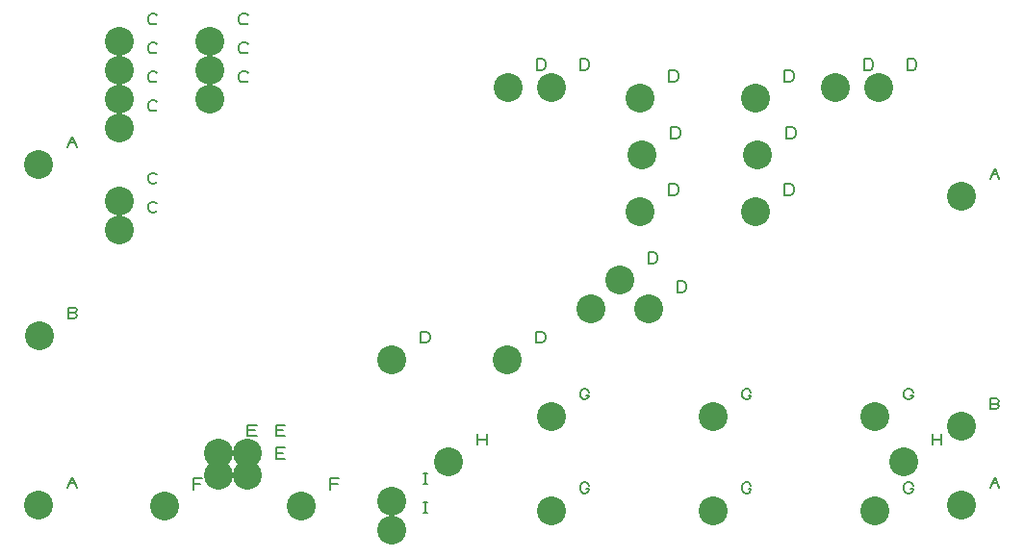
<source format=gbr>
G04 EasyPC Gerber Version 21.0.3 Build 4286 *
G04 #@! TF.Part,Single*
G04 #@! TF.FileFunction,Drillmap *
G04 #@! TF.FilePolarity,Positive *
%FSLAX35Y35*%
%MOIN*%
%ADD10C,0.00500*%
%ADD22C,0.10000*%
X0Y0D02*
D02*
D10*
X25703Y59239D02*
X27265Y62989D01*
X28828Y59239*
X26328Y60801D02*
X28203D01*
X25703Y177349D02*
X27265Y181099D01*
X28828Y177349*
X26328Y178911D02*
X28203D01*
X27989Y119874D02*
X28614Y119561D01*
X28926Y118936*
X28614Y118311*
X27989Y117998*
X25801*
Y121748*
X27989*
X28614Y121436*
X28926Y120811*
X28614Y120186*
X27989Y119874*
X25801*
X56682Y155277D02*
X56370Y154965D01*
X55744Y154652*
X54807*
X54182Y154965*
X53870Y155277*
X53557Y155902*
Y157152*
X53870Y157777*
X54182Y158090*
X54807Y158402*
X55744*
X56370Y158090*
X56682Y157777*
Y165277D02*
X56370Y164965D01*
X55744Y164652*
X54807*
X54182Y164965*
X53870Y165277*
X53557Y165902*
Y167152*
X53870Y167777*
X54182Y168090*
X54807Y168402*
X55744*
X56370Y168090*
X56682Y167777*
Y190395D02*
X56370Y190083D01*
X55744Y189770*
X54807*
X54182Y190083*
X53870Y190395*
X53557Y191020*
Y192270*
X53870Y192895*
X54182Y193208*
X54807Y193520*
X55744*
X56370Y193208*
X56682Y192895*
Y200395D02*
X56370Y200083D01*
X55744Y199770*
X54807*
X54182Y200083*
X53870Y200395*
X53557Y201020*
Y202270*
X53870Y202895*
X54182Y203208*
X54807Y203520*
X55744*
X56370Y203208*
X56682Y202895*
Y210395D02*
X56370Y210083D01*
X55744Y209770*
X54807*
X54182Y210083*
X53870Y210395*
X53557Y211020*
Y212270*
X53870Y212895*
X54182Y213208*
X54807Y213520*
X55744*
X56370Y213208*
X56682Y212895*
Y220395D02*
X56370Y220083D01*
X55744Y219770*
X54807*
X54182Y220083*
X53870Y220395*
X53557Y221020*
Y222270*
X53870Y222895*
X54182Y223208*
X54807Y223520*
X55744*
X56370Y223208*
X56682Y222895*
X69226Y58746D02*
Y62496D01*
X72352*
X71726Y60622D02*
X69226D01*
X88178Y200395D02*
X87866Y200083D01*
X87241Y199770*
X86303*
X85678Y200083*
X85366Y200395*
X85053Y201020*
Y202270*
X85366Y202895*
X85678Y203208*
X86303Y203520*
X87241*
X87866Y203208*
X88178Y202895*
Y210395D02*
X87866Y210083D01*
X87241Y209770*
X86303*
X85678Y210083*
X85366Y210395*
X85053Y211020*
Y212270*
X85366Y212895*
X85678Y213208*
X86303Y213520*
X87241*
X87866Y213208*
X88178Y212895*
Y220395D02*
X87866Y220083D01*
X87241Y219770*
X86303*
X85678Y220083*
X85366Y220395*
X85053Y221020*
Y222270*
X85366Y222895*
X85678Y223208*
X86303Y223520*
X87241*
X87866Y223208*
X88178Y222895*
X88006Y69416D02*
Y73166D01*
X91131*
X90506Y71291D02*
X88006D01*
Y69416D02*
X91131D01*
X88006Y77290D02*
Y81040D01*
X91131*
X90506Y79165D02*
X88006D01*
Y77290D02*
X91131D01*
X97848Y69416D02*
Y73166D01*
X100974*
X100348Y71291D02*
X97848D01*
Y69416D02*
X100974D01*
X97848Y77290D02*
Y81040D01*
X100974*
X100348Y79165D02*
X97848D01*
Y77290D02*
X100974D01*
X116628Y58746D02*
Y62496D01*
X119753*
X119128Y60622D02*
X116628D01*
X148983Y50479D02*
X150233D01*
X149608D02*
Y54229D01*
X148983D02*
X150233D01*
X148983Y60479D02*
X150233D01*
X149608D02*
Y64229D01*
X148983D02*
X150233D01*
X148045Y109534D02*
Y113284D01*
X149920*
X150545Y112972*
X150858Y112659*
X151170Y112034*
Y110784*
X150858Y110159*
X150545Y109846*
X149920Y109534*
X148045*
X167730Y74101D02*
Y77851D01*
Y75976D02*
X170856D01*
Y74101D02*
Y77851D01*
X188045Y109534D02*
Y113284D01*
X189920*
X190545Y112972*
X190858Y112659*
X191170Y112034*
Y110784*
X190858Y110159*
X190545Y109846*
X189920Y109534*
X188045*
X188163Y204022D02*
Y207772D01*
X190039*
X190663Y207460*
X190976Y207147*
X191289Y206522*
Y205272*
X190976Y204647*
X190663Y204335*
X190039Y204022*
X188163*
X205351Y58931D02*
X206289D01*
Y58619*
X205976Y57994*
X205663Y57681*
X205039Y57369*
X204413*
X203789Y57681*
X203476Y57994*
X203163Y58619*
Y59869*
X203476Y60494*
X203789Y60806*
X204413Y61119*
X205039*
X205663Y60806*
X205976Y60494*
X206289Y59869*
X205351Y91411D02*
X206289D01*
Y91099*
X205976Y90474*
X205663Y90161*
X205039Y89849*
X204413*
X203789Y90161*
X203476Y90474*
X203163Y91099*
Y92349*
X203476Y92974*
X203789Y93287*
X204413Y93599*
X205039*
X205663Y93287*
X205976Y92974*
X206289Y92349*
X203163Y204022D02*
Y207772D01*
X205039*
X205663Y207460*
X205976Y207147*
X206289Y206522*
Y205272*
X205976Y204647*
X205663Y204335*
X205039Y204022*
X203163*
X216785Y127093D02*
Y130843D01*
X218661*
X219285Y130531*
X219598Y130218*
X219911Y129593*
Y128343*
X219598Y127718*
X219285Y127406*
X218661Y127093*
X216785*
X226785Y137093D02*
Y140843D01*
X228661*
X229285Y140531*
X229598Y140218*
X229911Y139593*
Y138343*
X229598Y137718*
X229285Y137406*
X228661Y137093*
X226785*
X234030Y160715D02*
Y164465D01*
X235905*
X236530Y164153*
X236842Y163840*
X237155Y163215*
Y161965*
X236842Y161340*
X236530Y161028*
X235905Y160715*
X234030*
Y200085D02*
Y203835D01*
X235905*
X236530Y203523*
X236842Y203210*
X237155Y202585*
Y201335*
X236842Y200710*
X236530Y200398*
X235905Y200085*
X234030*
X234659Y180400D02*
Y184150D01*
X236535*
X237159Y183838*
X237472Y183525*
X237785Y182900*
Y181650*
X237472Y181025*
X237159Y180713*
X236535Y180400*
X234659*
X236785Y127093D02*
Y130843D01*
X238661*
X239285Y130531*
X239598Y130218*
X239911Y129593*
Y128343*
X239598Y127718*
X239285Y127406*
X238661Y127093*
X236785*
X261453Y58931D02*
X262391D01*
Y58619*
X262078Y57994*
X261766Y57681*
X261141Y57369*
X260516*
X259891Y57681*
X259578Y57994*
X259266Y58619*
Y59869*
X259578Y60494*
X259891Y60806*
X260516Y61119*
X261141*
X261766Y60806*
X262078Y60494*
X262391Y59869*
X261453Y91411D02*
X262391D01*
Y91099*
X262078Y90474*
X261766Y90161*
X261141Y89849*
X260516*
X259891Y90161*
X259578Y90474*
X259266Y91099*
Y92349*
X259578Y92974*
X259891Y93287*
X260516Y93599*
X261141*
X261766Y93287*
X262078Y92974*
X262391Y92349*
X274030Y160715D02*
Y164465D01*
X275905*
X276530Y164153*
X276842Y163840*
X277155Y163215*
Y161965*
X276842Y161340*
X276530Y161028*
X275905Y160715*
X274030*
Y200085D02*
Y203835D01*
X275905*
X276530Y203523*
X276842Y203210*
X277155Y202585*
Y201335*
X276842Y200710*
X276530Y200398*
X275905Y200085*
X274030*
X274659Y180400D02*
Y184150D01*
X276535*
X277159Y183838*
X277472Y183525*
X277785Y182900*
Y181650*
X277472Y181025*
X277159Y180713*
X276535Y180400*
X274659*
X301589Y204022D02*
Y207772D01*
X303464*
X304089Y207460*
X304401Y207147*
X304714Y206522*
Y205272*
X304401Y204647*
X304089Y204335*
X303464Y204022*
X301589*
X317556Y58931D02*
X318493D01*
Y58619*
X318181Y57994*
X317868Y57681*
X317243Y57369*
X316618*
X315993Y57681*
X315681Y57994*
X315368Y58619*
Y59869*
X315681Y60494*
X315993Y60806*
X316618Y61119*
X317243*
X317868Y60806*
X318181Y60494*
X318493Y59869*
X317556Y91411D02*
X318493D01*
Y91099*
X318181Y90474*
X317868Y90161*
X317243Y89849*
X316618*
X315993Y90161*
X315681Y90474*
X315368Y91099*
Y92349*
X315681Y92974*
X315993Y93287*
X316618Y93599*
X317243*
X317868Y93287*
X318181Y92974*
X318493Y92349*
X316589Y204022D02*
Y207772D01*
X318464*
X319089Y207460*
X319401Y207147*
X319714Y206522*
Y205272*
X319401Y204647*
X319089Y204335*
X318464Y204022*
X316589*
X325211Y74101D02*
Y77851D01*
Y75976D02*
X328336D01*
Y74101D02*
Y77851D01*
X347280Y88378D02*
X347905Y88065D01*
X348218Y87440*
X347905Y86815*
X347280Y86502*
X345093*
Y90252*
X347280*
X347905Y89940*
X348218Y89315*
X347905Y88690*
X347280Y88378*
X345093*
X345191Y59239D02*
X346754Y62989D01*
X348316Y59239*
X345816Y60801D02*
X347691D01*
X345191Y166325D02*
X346754Y170075D01*
X348316Y166325*
X345816Y167888D02*
X347691D01*
D02*
D22*
X15703Y53301D03*
Y171411D03*
X15801Y112061D03*
X43557Y148715D03*
Y158715D03*
Y183833D03*
Y193833D03*
Y203833D03*
Y213833D03*
X59226Y52809D03*
X75053Y193833D03*
Y203833D03*
Y213833D03*
X78006Y63478D03*
Y71352D03*
X87848Y63478D03*
Y71352D03*
X106628Y52809D03*
X138045Y44541D03*
Y54541D03*
Y103596D03*
X157730Y68163D03*
X178045Y103596D03*
X178163Y198085D03*
X193163Y51431D03*
Y83911D03*
Y198085D03*
X206785Y121156D03*
X216785Y131156D03*
X224030Y154778D03*
Y194148D03*
X224659Y174463D03*
X226785Y121156D03*
X249266Y51431D03*
Y83911D03*
X264030Y154778D03*
Y194148D03*
X264659Y174463D03*
X291589Y198085D03*
X305368Y51431D03*
Y83911D03*
X306589Y198085D03*
X315211Y68163D03*
X335093Y80565D03*
X335191Y53301D03*
Y160388D03*
X0Y0D02*
M02*

</source>
